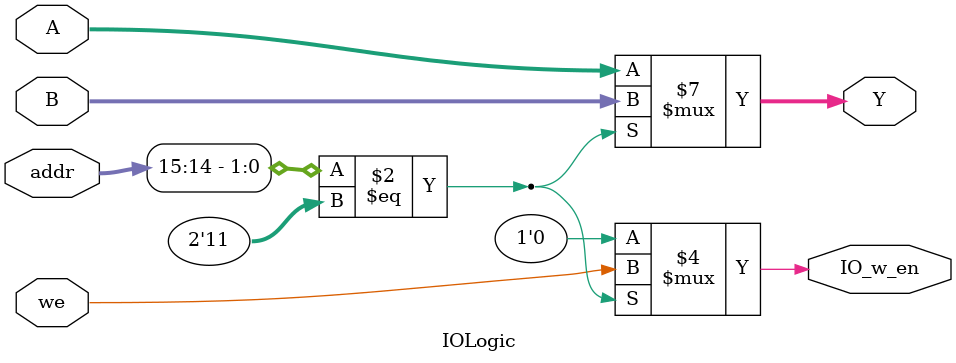
<source format=v>
 module IOLogic(addr, we, IO_w_en, A, B, Y);
//*********************************************************

 input [15:0] addr, A, B;
 input we;
 output reg [15:0] Y;
 output reg IO_w_en;

 always @(*) begin
	if (addr[15:14] == 2'b11) begin
		Y <= B;
		IO_w_en <= we;
	end else begin
		Y <= A;
		IO_w_en <= 0;
	end
 
 end

 endmodule
</source>
